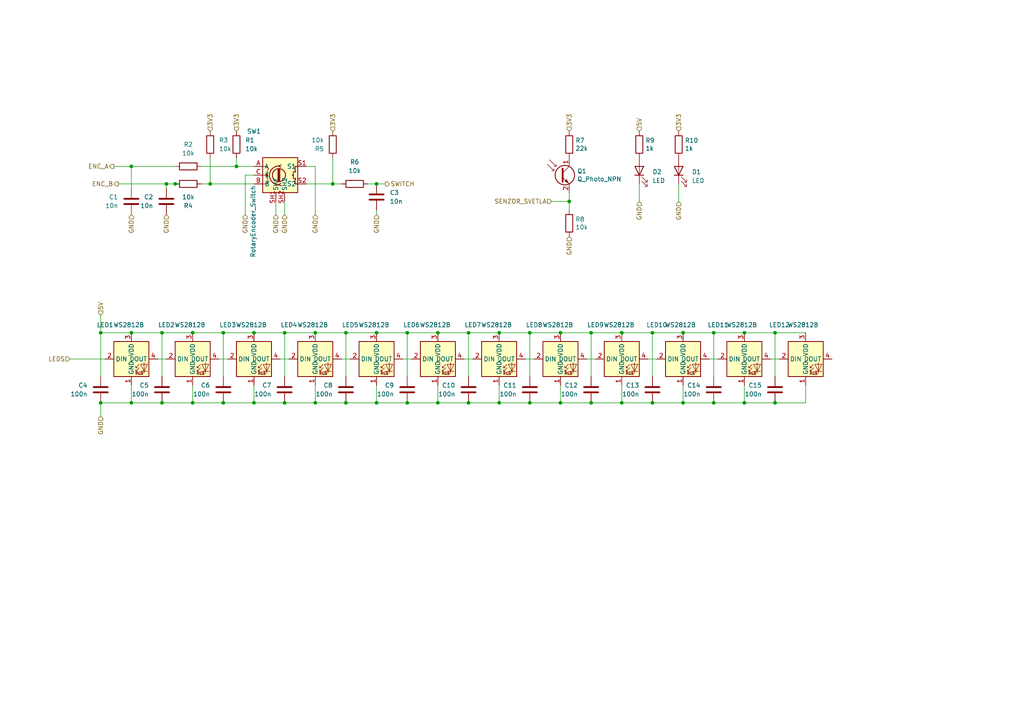
<source format=kicad_sch>
(kicad_sch (version 20231120) (generator "eeschema") (generator_version "8.0")
  (paper "A4")
  (lib_symbols
    (symbol "Device:C" (pin_numbers hide) (pin_names (offset 0.254))
      (property "Reference" "C" (at 0.635 2.54 0))
      (property "Value" "C" (at 0.635 -2.54 0))
      (symbol "C_0_1"
        (polyline (pts (xy -2.032 -0.762) (xy 2.032 -0.762)) (stroke (width 0.508)))
        (polyline (pts (xy -2.032 0.762) (xy 2.032 0.762)) (stroke (width 0.508)))
      )
      (symbol "C_1_1"
        (pin passive line (at 0 3.81 270) (length 2.794) (name "~") (number "1"))
        (pin passive line (at 0 -3.81 90) (length 2.794) (name "~") (number "2"))
      )
    )
    (symbol "Device:LED" (pin_numbers hide) (pin_names (offset 1.016) hide)
      (property "Reference" "D" (at 0 2.54 0))
      (property "Value" "LED" (at 0 -2.54 0))
      (symbol "LED_0_1"
        (polyline (pts (xy -1.27 -1.27) (xy -1.27 1.27)) (stroke (width 0.254)))
        (polyline (pts (xy -1.27 0) (xy 1.27 0)))
        (polyline (pts (xy 1.27 -1.27) (xy 1.27 1.27) (xy -1.27 0) (xy 1.27 -1.27)) (stroke (width 0.254)))
        (polyline (pts (xy -3.048 -0.762) (xy -4.572 -2.286) (xy -3.81 -2.286) (xy -4.572 -2.286) (xy -4.572 -1.524)))
        (polyline (pts (xy -1.778 -0.762) (xy -3.302 -2.286) (xy -2.54 -2.286) (xy -3.302 -2.286) (xy -3.302 -1.524)))
      )
      (symbol "LED_1_1"
        (pin passive line (at -3.81 0 0) (length 2.54) (name "K") (number "1"))
        (pin passive line (at 3.81 0 180) (length 2.54) (name "A") (number "2"))
      )
    )
    (symbol "Device:Q_Photo_NPN" (pin_names (offset 0) hide)
      (property "Reference" "Q" (at 5.08 1.27 0))
      (property "Value" "Q_Photo_NPN" (at 5.08 -1.27 0))
      (symbol "Q_Photo_NPN_0_1"
        (polyline (pts (xy -1.905 1.27) (xy -2.54 1.27)))
        (polyline (pts (xy -1.27 2.54) (xy -1.905 2.54)))
        (polyline (pts (xy 0.635 0.635) (xy 2.54 2.54)))
        (polyline (pts (xy -3.81 3.175) (xy -1.905 1.27) (xy -1.905 1.905)))
        (polyline (pts (xy -3.175 4.445) (xy -1.27 2.54) (xy -1.27 3.175)))
        (polyline (pts (xy 0.635 -0.635) (xy 2.54 -2.54) (xy 2.54 -2.54)))
        (polyline (pts (xy 0.635 1.905) (xy 0.635 -1.905) (xy 0.635 -1.905)) (stroke (width 0.508)))
        (polyline (pts (xy 1.27 -1.778) (xy 1.778 -1.27) (xy 2.286 -2.286) (xy 1.27 -1.778) (xy 1.27 -1.778)) (fill (type outline)))
        (circle (center 1.27 0) (radius 2.8194) (stroke (width 0.254)))
      )
      (symbol "Q_Photo_NPN_1_1"
        (pin passive line (at 2.54 5.08 270) (length 2.54) (name "C") (number "1"))
        (pin passive line (at 2.54 -5.08 90) (length 2.54) (name "E") (number "2"))
      )
    )
    (symbol "Device:R" (pin_numbers hide) (pin_names (offset 0))
      (property "Reference" "R" (at 2.032 0 90))
      (property "Value" "R" (at 0 0 90))
      (symbol "R_0_1"
        (rectangle (start -1.016 -2.54) (end 1.016 2.54) (stroke (width 0.254)))
      )
      (symbol "R_1_1"
        (pin passive line (at 0 3.81 270) (length 1.27) (name "~") (number "1"))
        (pin passive line (at 0 -3.81 90) (length 1.27) (name "~") (number "2"))
      )
    )
    (symbol "RKL-ElectroMechanicalComponents:RotaryEncoderGrounded"
      (property "Reference" "SW" (at 3.556 4.572 0))
      (symbol "RotaryEncoderGrounded_0_1"
        (polyline (pts (xy 6.985 -4.318) (xy 6.985 -0.762)) (stroke (width 0.254)))
        (polyline (pts (xy 7.239 -4.318) (xy 7.239 -0.762)) (stroke (width 0.254)))
        (polyline (pts (xy 7.493 -0.762) (xy 7.493 -4.318)) (stroke (width 0.254)))
        (polyline (pts (xy 11.43 -2.54) (xy 11.049 -2.54)) (stroke (width 0.254)))
        (polyline (pts (xy 11.43 -1.524) (xy 11.43 -3.556)) (stroke (width 0.254)))
        (polyline (pts (xy 2.54 -5.08) (xy 3.81 -5.08) (xy 3.81 -4.572)))
        (polyline (pts (xy 2.54 0) (xy 3.81 0) (xy 3.81 -0.508)))
        (polyline (pts (xy 7.874 -5.588) (xy 7.112 -5.334) (xy 7.747 -4.953)) (stroke (width 0.254)))
        (polyline (pts (xy 7.874 0.381) (xy 7.112 0.127) (xy 7.747 -0.254)) (stroke (width 0.254)))
        (polyline (pts (xy 12.7 -5.08) (xy 11.938 -5.08) (xy 11.938 -3.556)) (stroke (width 0.254)))
        (polyline (pts (xy 12.7 0) (xy 11.938 0) (xy 11.938 -1.524)) (stroke (width 0.254)))
        (polyline (pts (xy 2.54 -2.54) (xy 3.81 -2.54) (xy 3.81 -3.556) (xy 4.318 -4.572)))
        (polyline (pts (xy 3.302 -2.54) (xy 3.81 -2.54) (xy 3.81 -1.524) (xy 4.318 -0.508)))
        (rectangle (start 2.54 2.54) (end 12.7 -7.62) (stroke (width 0.254)) (fill (type background)))
        (circle (center 3.81 -2.54) (radius 0.254) (fill (type outline)))
        (circle (center 7.239 -2.54) (radius 1.905) (stroke (width 0.254)))
        (arc (start 7.239 0.127) (mid 4.5212 -2.6035) (end 7.239 -5.334) (stroke (width 0.254)))
        (circle (center 11.938 -3.556) (radius 0.127) (stroke (width 0.254)))
        (circle (center 11.938 -1.524) (radius 0.127) (stroke (width 0.254)))
      )
      (symbol "RotaryEncoderGrounded_1_1"
        (pin passive line (at 0 0 0) (length 2.54) (name "A") (number "A"))
        (pin passive line (at 0 -5.08 0) (length 2.54) (name "B") (number "B"))
        (pin passive line (at 0 -2.54 0) (length 2.54) (name "C") (number "C"))
        (pin passive line (at 15.24 0 180) (length 2.54) (name "S1") (number "S1"))
        (pin passive line (at 15.24 -5.08 180) (length 2.54) (name "S2") (number "S2"))
        (pin passive line (at 6.35 -10.16 90) (length 2.54) (name "SH1") (number "SH1"))
        (pin passive line (at 8.89 -10.16 90) (length 2.54) (name "SH2") (number "SH2"))
      )
    )
    (symbol "RKL-Uncategorized:XL-3528RGBW-WS2812B"
      (property "Reference" "LED1" (at -7.62 9.906 0))
      (property "Value" "WS2812B" (at -0.762 9.906 0))
      (symbol "XL-3528RGBW-WS2812B_0_0"
        (text "RGB" (at 2.286 -4.191 0) (effects (font (size 0.762 0.762))))
      )
      (symbol "XL-3528RGBW-WS2812B_0_1"
        (rectangle (start -5.08 5.08) (end 5.08 -5.08) (stroke (width 0.254)) (fill (type background)))
        (polyline (pts (xy 1.27 -3.556) (xy 1.778 -3.556)))
        (polyline (pts (xy 1.27 -2.54) (xy 1.778 -2.54)))
        (polyline (pts (xy 4.699 -3.556) (xy 2.667 -3.556)))
        (polyline (pts (xy 2.286 -2.54) (xy 1.27 -3.556) (xy 1.27 -3.048)))
        (polyline (pts (xy 2.286 -1.524) (xy 1.27 -2.54) (xy 1.27 -2.032)))
        (polyline (pts (xy 3.683 -1.016) (xy 3.683 -3.556) (xy 3.683 -4.064)))
        (polyline (pts (xy 4.699 -1.524) (xy 2.667 -1.524) (xy 3.683 -3.556) (xy 4.699 -1.524)))
      )
      (symbol "XL-3528RGBW-WS2812B_1_1"
        (pin power_in line (at 0 -7.62 90) (length 2.54) (name "GND") (number "1"))
        (pin input line (at -7.62 0 0) (length 2.54) (name "DIN") (number "2"))
        (pin power_in line (at 0 7.62 270) (length 2.54) (name "VDD") (number "3"))
        (pin output line (at 7.62 0 180) (length 2.54) (name "DOUT") (number "4"))
      )
    )
  )
  (junction (at 189.23 96.52))
  (junction (at 100.33 96.52))
  (junction (at 127 96.52))
  (junction (at 165.1 58.42))
  (junction (at 82.55 116.84))
  (junction (at 46.99 116.84))
  (junction (at 29.21 96.52))
  (junction (at 91.44 96.52))
  (junction (at 207.01 116.84))
  (junction (at 207.01 96.52))
  (junction (at 46.99 96.52))
  (junction (at 171.45 116.84))
  (junction (at 215.9 96.52))
  (junction (at 73.66 116.84))
  (junction (at 91.44 116.84))
  (junction (at 215.9 116.84))
  (junction (at 29.21 116.84))
  (junction (at 109.22 53.34))
  (junction (at 118.11 116.84))
  (junction (at 38.1 116.84))
  (junction (at 48.26 53.34))
  (junction (at 38.1 96.52))
  (junction (at 82.55 96.52))
  (junction (at 100.33 116.84))
  (junction (at 198.12 96.52))
  (junction (at 162.56 96.52))
  (junction (at 180.34 96.52))
  (junction (at 64.77 116.84))
  (junction (at 144.78 116.84))
  (junction (at 153.67 116.84))
  (junction (at 224.79 116.84))
  (junction (at 198.12 116.84))
  (junction (at 162.56 116.84))
  (junction (at 73.66 96.52))
  (junction (at 109.22 116.84))
  (junction (at 50.8 53.34))
  (junction (at 189.23 116.84))
  (junction (at 68.58 48.26))
  (junction (at 55.88 116.84))
  (junction (at 96.52 53.34))
  (junction (at 64.77 96.52))
  (junction (at 135.89 116.84))
  (junction (at 153.67 96.52))
  (junction (at 135.89 96.52))
  (junction (at 144.78 96.52))
  (junction (at 109.22 96.52))
  (junction (at 55.88 96.52))
  (junction (at 224.79 96.52))
  (junction (at 180.34 116.84))
  (junction (at 127 116.84))
  (junction (at 38.1 48.26))
  (junction (at 60.96 53.34))
  (junction (at 118.11 96.52))
  (junction (at 171.45 96.52))
  (wire (pts (xy 88.9 53.34) (xy 96.52 53.34)))
  (wire (pts (xy 187.96 104.14) (xy 190.5 104.14)))
  (wire (pts (xy 118.11 96.52) (xy 127 96.52)))
  (wire (pts (xy 224.79 109.22) (xy 224.79 96.52)))
  (wire (pts (xy 82.55 96.52) (xy 91.44 96.52)))
  (wire (pts (xy 82.55 109.22) (xy 82.55 96.52)))
  (wire (pts (xy 162.56 116.84) (xy 162.56 111.76)))
  (wire (pts (xy 45.72 104.14) (xy 48.26 104.14)))
  (wire (pts (xy 38.1 48.26) (xy 38.1 54.61)))
  (wire (pts (xy 58.42 48.26) (xy 68.58 48.26)))
  (wire (pts (xy 68.58 48.26) (xy 73.66 48.26)))
  (wire (pts (xy 109.22 116.84) (xy 118.11 116.84)))
  (wire (pts (xy 153.67 96.52) (xy 162.56 96.52)))
  (wire (pts (xy 60.96 45.72) (xy 60.96 53.34)))
  (wire (pts (xy 100.33 109.22) (xy 100.33 96.52)))
  (wire (pts (xy 171.45 109.22) (xy 171.45 96.52)))
  (wire (pts (xy 88.9 48.26) (xy 91.44 48.26)))
  (wire (pts (xy 185.42 53.34) (xy 185.42 58.42)))
  (wire (pts (xy 180.34 116.84) (xy 180.34 111.76)))
  (wire (pts (xy 205.74 104.14) (xy 208.28 104.14)))
  (wire (pts (xy 135.89 96.52) (xy 144.78 96.52)))
  (wire (pts (xy 73.66 116.84) (xy 82.55 116.84)))
  (wire (pts (xy 96.52 45.72) (xy 96.52 53.34)))
  (wire (pts (xy 144.78 96.52) (xy 153.67 96.52)))
  (wire (pts (xy 135.89 116.84) (xy 144.78 116.84)))
  (wire (pts (xy 91.44 96.52) (xy 100.33 96.52)))
  (wire (pts (xy 153.67 116.84) (xy 162.56 116.84)))
  (wire (pts (xy 215.9 116.84) (xy 224.79 116.84)))
  (wire (pts (xy 29.21 116.84) (xy 29.21 120.65)))
  (wire (pts (xy 144.78 116.84) (xy 144.78 111.76)))
  (wire (pts (xy 73.66 116.84) (xy 73.66 111.76)))
  (wire (pts (xy 215.9 116.84) (xy 215.9 111.76)))
  (wire (pts (xy 198.12 116.84) (xy 207.01 116.84)))
  (wire (pts (xy 162.56 116.84) (xy 171.45 116.84)))
  (wire (pts (xy 198.12 116.84) (xy 198.12 111.76)))
  (wire (pts (xy 207.01 96.52) (xy 215.9 96.52)))
  (wire (pts (xy 127 96.52) (xy 135.89 96.52)))
  (wire (pts (xy 118.11 116.84) (xy 127 116.84)))
  (wire (pts (xy 224.79 96.52) (xy 233.68 96.52)))
  (wire (pts (xy 152.4 104.14) (xy 154.94 104.14)))
  (wire (pts (xy 29.21 91.44) (xy 29.21 96.52)))
  (wire (pts (xy 171.45 116.84) (xy 180.34 116.84)))
  (wire (pts (xy 73.66 96.52) (xy 82.55 96.52)))
  (wire (pts (xy 55.88 116.84) (xy 55.88 111.76)))
  (wire (pts (xy 55.88 116.84) (xy 64.77 116.84)))
  (wire (pts (xy 38.1 116.84) (xy 46.99 116.84)))
  (wire (pts (xy 189.23 116.84) (xy 198.12 116.84)))
  (wire (pts (xy 223.52 104.14) (xy 226.06 104.14)))
  (wire (pts (xy 165.1 58.42) (xy 165.1 60.96)))
  (wire (pts (xy 180.34 116.84) (xy 189.23 116.84)))
  (wire (pts (xy 38.1 116.84) (xy 38.1 111.76)))
  (wire (pts (xy 73.66 50.8) (xy 71.12 50.8)))
  (wire (pts (xy 109.22 96.52) (xy 118.11 96.52)))
  (wire (pts (xy 38.1 96.52) (xy 46.99 96.52)))
  (wire (pts (xy 100.33 96.52) (xy 109.22 96.52)))
  (wire (pts (xy 38.1 48.26) (xy 50.8 48.26)))
  (wire (pts (xy 91.44 116.84) (xy 91.44 111.76)))
  (wire (pts (xy 68.58 45.72) (xy 68.58 48.26)))
  (wire (pts (xy 189.23 109.22) (xy 189.23 96.52)))
  (wire (pts (xy 64.77 109.22) (xy 64.77 96.52)))
  (wire (pts (xy 109.22 60.96) (xy 109.22 62.23)))
  (wire (pts (xy 99.06 104.14) (xy 101.6 104.14)))
  (wire (pts (xy 109.22 116.84) (xy 109.22 111.76)))
  (wire (pts (xy 153.67 109.22) (xy 153.67 96.52)))
  (wire (pts (xy 171.45 96.52) (xy 180.34 96.52)))
  (wire (pts (xy 215.9 96.52) (xy 224.79 96.52)))
  (wire (pts (xy 58.42 53.34) (xy 60.96 53.34)))
  (wire (pts (xy 233.68 116.84) (xy 233.68 111.76)))
  (wire (pts (xy 48.26 53.34) (xy 48.26 54.61)))
  (wire (pts (xy 64.77 116.84) (xy 73.66 116.84)))
  (wire (pts (xy 162.56 96.52) (xy 171.45 96.52)))
  (wire (pts (xy 63.5 104.14) (xy 66.04 104.14)))
  (wire (pts (xy 109.22 53.34) (xy 111.76 53.34)))
  (wire (pts (xy 64.77 96.52) (xy 73.66 96.52)))
  (wire (pts (xy 29.21 109.22) (xy 29.21 96.52)))
  (wire (pts (xy 135.89 109.22) (xy 135.89 96.52)))
  (wire (pts (xy 46.99 116.84) (xy 55.88 116.84)))
  (wire (pts (xy 207.01 109.22) (xy 207.01 96.52)))
  (wire (pts (xy 196.85 53.34) (xy 196.85 58.42)))
  (wire (pts (xy 46.99 96.52) (xy 55.88 96.52)))
  (wire (pts (xy 165.1 55.88) (xy 165.1 58.42)))
  (wire (pts (xy 48.26 53.34) (xy 50.8 53.34)))
  (wire (pts (xy 91.44 116.84) (xy 100.33 116.84)))
  (wire (pts (xy 80.01 58.42) (xy 80.01 62.23)))
  (wire (pts (xy 55.88 96.52) (xy 64.77 96.52)))
  (wire (pts (xy 116.84 104.14) (xy 119.38 104.14)))
  (wire (pts (xy 81.28 104.14) (xy 83.82 104.14)))
  (wire (pts (xy 60.96 53.34) (xy 73.66 53.34)))
  (wire (pts (xy 46.99 109.22) (xy 46.99 96.52)))
  (wire (pts (xy 20.32 104.14) (xy 30.48 104.14)))
  (wire (pts (xy 96.52 53.34) (xy 99.06 53.34)))
  (wire (pts (xy 33.02 48.26) (xy 38.1 48.26)))
  (wire (pts (xy 82.55 58.42) (xy 82.55 62.23)))
  (wire (pts (xy 29.21 116.84) (xy 38.1 116.84)))
  (wire (pts (xy 127 116.84) (xy 127 111.76)))
  (wire (pts (xy 224.79 116.84) (xy 233.68 116.84)))
  (wire (pts (xy 127 116.84) (xy 135.89 116.84)))
  (wire (pts (xy 198.12 96.52) (xy 207.01 96.52)))
  (wire (pts (xy 29.21 96.52) (xy 38.1 96.52)))
  (wire (pts (xy 34.29 53.34) (xy 48.26 53.34)))
  (wire (pts (xy 82.55 116.84) (xy 91.44 116.84)))
  (wire (pts (xy 52.07 53.34) (xy 50.8 53.34)))
  (wire (pts (xy 91.44 48.26) (xy 91.44 62.23)))
  (wire (pts (xy 207.01 116.84) (xy 215.9 116.84)))
  (wire (pts (xy 160.02 58.42) (xy 165.1 58.42)))
  (wire (pts (xy 144.78 116.84) (xy 153.67 116.84)))
  (wire (pts (xy 118.11 109.22) (xy 118.11 96.52)))
  (wire (pts (xy 106.68 53.34) (xy 109.22 53.34)))
  (wire (pts (xy 100.33 116.84) (xy 109.22 116.84)))
  (wire (pts (xy 180.34 96.52) (xy 189.23 96.52)))
  (wire (pts (xy 189.23 96.52) (xy 198.12 96.52)))
  (wire (pts (xy 134.62 104.14) (xy 137.16 104.14)))
  (wire (pts (xy 71.12 50.8) (xy 71.12 62.23)))
  (wire (pts (xy 170.18 104.14) (xy 172.72 104.14)))
  (hierarchical_label "LEDS" (shape input) (at 20.32 104.14 180))
  (hierarchical_label "5V" (shape input) (at 185.42 38.1 90))
  (hierarchical_label "SENZOR_SVETLA" (shape input) (at 160.02 58.42 180))
  (hierarchical_label "ENC_A" (shape output) (at 33.02 48.26 180))
  (hierarchical_label "3V3" (shape input) (at 68.58 38.1 90))
  (hierarchical_label "ENC_B" (shape output) (at 34.29 53.34 180))
  (hierarchical_label "5V" (shape input) (at 29.21 91.44 90))
  (hierarchical_label "3V3" (shape input) (at 60.96 38.1 90))
  (hierarchical_label "GND" (shape input) (at 196.85 58.42 270))
  (hierarchical_label "GND" (shape input) (at 80.01 62.23 270))
  (hierarchical_label "GND" (shape input) (at 29.21 120.65 270))
  (hierarchical_label "GND" (shape input) (at 109.22 62.23 270))
  (hierarchical_label "GND" (shape input) (at 165.1 68.58 270))
  (hierarchical_label "GND" (shape input) (at 71.12 62.23 270))
  (hierarchical_label "GND" (shape input) (at 91.44 62.23 270))
  (hierarchical_label "3V3" (shape input) (at 96.52 38.1 90))
  (hierarchical_label "GND" (shape input) (at 48.26 62.23 270))
  (hierarchical_label "GND" (shape input) (at 82.55 62.23 270))
  (hierarchical_label "GND" (shape input) (at 38.1 62.23 270))
  (hierarchical_label "3V3" (shape input) (at 196.85 38.1 90))
  (hierarchical_label "GND" (shape input) (at 185.42 58.42 270))
  (hierarchical_label "3V3" (shape input) (at 165.1 38.1 90))
  (hierarchical_label "SWITCH" (shape output) (at 111.76 53.34 0))
  (symbol (lib_id "Device:R") (at 185.42 41.91 0) (unit 1)
    (property "Reference" "R9" (at 187.198 40.7416 0) (effects (justify left)))
    (property "Value" "1k" (at 187.198 43.053 0) (effects (justify left)))
    (property "Footprint" "Resistor_SMD:R_0402_1005Metric" (effects (hide yes)))
    (property "Description" "Resistor" (effects (hide yes)))
    (property "JLCPCB_CORRECTION" "0;0;0" (effects (hide yes)))
    (property "LCSC" "C25768" (effects (hide yes)))
  )
  (symbol (lib_id "RKL-Uncategorized:XL-3528RGBW-WS2812B") (at 144.78 104.14 0) (unit 1)
    (property "Reference" "LED7" (at 137.16 94.234 0))
    (property "Value" "WS2812B" (at 144.018 94.234 0))
    (property "Footprint" "RKL-LED:3528RGBW-WS2812B" (effects (hide yes)))
    (property "Datasheet" "https://cdn-shop.adafruit.com/datasheets/WS2812B.pdf" (effects (hide yes)))
    (property "Description" "RGB LED with integrated controller" (effects (hide yes)))
    (property "LCSC" "C2890364" (effects (hide yes)))
  )
  (symbol (lib_id "RKL-Uncategorized:XL-3528RGBW-WS2812B") (at 55.88 104.14 0) (unit 1)
    (property "Reference" "LED2" (at 48.26 94.234 0))
    (property "Value" "WS2812B" (at 55.118 94.234 0))
    (property "Footprint" "RKL-LED:3528RGBW-WS2812B" (effects (hide yes)))
    (property "Datasheet" "https://cdn-shop.adafruit.com/datasheets/WS2812B.pdf" (effects (hide yes)))
    (property "Description" "RGB LED with integrated controller" (effects (hide yes)))
    (property "LCSC" "C2890364" (effects (hide yes)))
  )
  (symbol (lib_id "RKL-Uncategorized:XL-3528RGBW-WS2812B") (at 38.1 104.14 0) (unit 1)
    (property "Reference" "LED1" (at 30.48 94.234 0))
    (property "Value" "WS2812B" (at 37.338 94.234 0))
    (property "Footprint" "RKL-LED:3528RGBW-WS2812B" (effects (hide yes)))
    (property "Datasheet" "https://cdn-shop.adafruit.com/datasheets/WS2812B.pdf" (effects (hide yes)))
    (property "Description" "RGB LED with integrated controller" (effects (hide yes)))
    (property "LCSC" "C2890364" (effects (hide yes)))
  )
  (symbol (lib_id "Device:R") (at 60.96 41.91 0) (unit 1)
    (property "Reference" "R3" (at 63.5 40.6399 0) (effects (justify left)))
    (property "Value" "10k" (at 63.5 43.1799 0) (effects (justify left)))
    (property "Footprint" "Resistor_SMD:R_0402_1005Metric" (effects (hide yes)))
    (property "Description" "Resistor" (effects (hide yes)))
  )
  (symbol (lib_id "Device:C") (at 48.26 58.42 0) (mirror x) (unit 1)
    (property "Reference" "C2" (at 44.45 57.1499 0) (effects (justify right)))
    (property "Value" "10n" (at 44.45 59.6899 0) (effects (justify right)))
    (property "Footprint" "Capacitor_SMD:C_0402_1005Metric" (effects (hide yes)))
    (property "Description" "Unpolarized capacitor" (effects (hide yes)))
  )
  (symbol (lib_id "Device:C") (at 46.99 113.03 0) (mirror x) (unit 1)
    (property "Reference" "C5" (at 43.18 111.7599 0) (effects (justify right)))
    (property "Value" "100n" (at 43.18 114.2999 0) (effects (justify right)))
    (property "Footprint" "Capacitor_SMD:C_0603_1608Metric" (effects (hide yes)))
    (property "Description" "Unpolarized capacitor" (effects (hide yes)))
  )
  (symbol (lib_id "RKL-Uncategorized:XL-3528RGBW-WS2812B") (at 91.44 104.14 0) (unit 1)
    (property "Reference" "LED4" (at 83.82 94.234 0))
    (property "Value" "WS2812B" (at 90.678 94.234 0))
    (property "Footprint" "RKL-LED:3528RGBW-WS2812B" (effects (hide yes)))
    (property "Datasheet" "https://cdn-shop.adafruit.com/datasheets/WS2812B.pdf" (effects (hide yes)))
    (property "Description" "RGB LED with integrated controller" (effects (hide yes)))
    (property "LCSC" "C2890364" (effects (hide yes)))
  )
  (symbol (lib_id "RKL-Uncategorized:XL-3528RGBW-WS2812B") (at 180.34 104.14 0) (unit 1)
    (property "Reference" "LED9" (at 172.72 94.234 0))
    (property "Value" "WS2812B" (at 179.578 94.234 0))
    (property "Footprint" "RKL-LED:3528RGBW-WS2812B" (effects (hide yes)))
    (property "Datasheet" "https://cdn-shop.adafruit.com/datasheets/WS2812B.pdf" (effects (hide yes)))
    (property "Description" "RGB LED with integrated controller" (effects (hide yes)))
    (property "LCSC" "C2890364" (effects (hide yes)))
  )
  (symbol (lib_id "Device:C") (at 224.79 113.03 0) (mirror x) (unit 1)
    (property "Reference" "C15" (at 220.98 111.7599 0) (effects (justify right)))
    (property "Value" "100n" (at 220.98 114.2999 0) (effects (justify right)))
    (property "Footprint" "Capacitor_SMD:C_0603_1608Metric" (effects (hide yes)))
    (property "Description" "Unpolarized capacitor" (effects (hide yes)))
  )
  (symbol (lib_id "Device:R") (at 196.85 41.91 0) (unit 1)
    (property "Reference" "R10" (at 198.628 40.7416 0) (effects (justify left)))
    (property "Value" "1k" (at 198.628 43.053 0) (effects (justify left)))
    (property "Footprint" "Resistor_SMD:R_0402_1005Metric" (effects (hide yes)))
    (property "Description" "Resistor" (effects (hide yes)))
    (property "JLCPCB_CORRECTION" "0;0;0" (effects (hide yes)))
    (property "LCSC" "C25768" (effects (hide yes)))
  )
  (symbol (lib_id "RKL-Uncategorized:XL-3528RGBW-WS2812B") (at 198.12 104.14 0) (unit 1)
    (property "Reference" "LED10" (at 190.5 94.234 0))
    (property "Value" "WS2812B" (at 197.358 94.234 0))
    (property "Footprint" "RKL-LED:3528RGBW-WS2812B" (effects (hide yes)))
    (property "Datasheet" "https://cdn-shop.adafruit.com/datasheets/WS2812B.pdf" (effects (hide yes)))
    (property "Description" "RGB LED with integrated controller" (effects (hide yes)))
    (property "LCSC" "C2890364" (effects (hide yes)))
  )
  (symbol (lib_id "Device:C") (at 38.1 58.42 0) (mirror x) (unit 1)
    (property "Reference" "C1" (at 34.29 57.1499 0) (effects (justify right)))
    (property "Value" "10n" (at 34.29 59.6899 0) (effects (justify right)))
    (property "Footprint" "Capacitor_SMD:C_0402_1005Metric" (effects (hide yes)))
    (property "Description" "Unpolarized capacitor" (effects (hide yes)))
  )
  (symbol (lib_id "RKL-Uncategorized:XL-3528RGBW-WS2812B") (at 162.56 104.14 0) (unit 1)
    (property "Reference" "LED8" (at 154.94 94.234 0))
    (property "Value" "WS2812B" (at 161.798 94.234 0))
    (property "Footprint" "RKL-LED:3528RGBW-WS2812B" (effects (hide yes)))
    (property "Datasheet" "https://cdn-shop.adafruit.com/datasheets/WS2812B.pdf" (effects (hide yes)))
    (property "Description" "RGB LED with integrated controller" (effects (hide yes)))
    (property "LCSC" "C2890364" (effects (hide yes)))
  )
  (symbol (lib_id "Device:LED") (at 196.85 49.53 90) (unit 1)
    (property "Reference" "D1" (at 200.66 49.8474 90) (effects (justify right)))
    (property "Value" "LED" (at 200.66 52.3874 90) (effects (justify right)))
    (property "Footprint" "LED_SMD:LED_0402_1005Metric" (effects (hide yes)))
    (property "Description" "Light emitting diode" (effects (hide yes)))
  )
  (symbol (lib_id "Device:LED") (at 185.42 49.53 90) (unit 1)
    (property "Reference" "D2" (at 189.23 49.8474 90) (effects (justify right)))
    (property "Value" "LED" (at 189.23 52.3874 90) (effects (justify right)))
    (property "Footprint" "LED_SMD:LED_0402_1005Metric" (effects (hide yes)))
    (property "Description" "Light emitting diode" (effects (hide yes)))
  )
  (symbol (lib_id "Device:C") (at 189.23 113.03 0) (mirror x) (unit 1)
    (property "Reference" "C13" (at 185.42 111.7599 0) (effects (justify right)))
    (property "Value" "100n" (at 185.42 114.2999 0) (effects (justify right)))
    (property "Footprint" "Capacitor_SMD:C_0603_1608Metric" (effects (hide yes)))
    (property "Description" "Unpolarized capacitor" (effects (hide yes)))
  )
  (symbol (lib_id "Device:C") (at 64.77 113.03 0) (mirror x) (unit 1)
    (property "Reference" "C6" (at 60.96 111.7599 0) (effects (justify right)))
    (property "Value" "100n" (at 60.96 114.2999 0) (effects (justify right)))
    (property "Footprint" "Capacitor_SMD:C_0603_1608Metric" (effects (hide yes)))
    (property "Description" "Unpolarized capacitor" (effects (hide yes)))
  )
  (symbol (lib_id "Device:C") (at 153.67 113.03 0) (mirror x) (unit 1)
    (property "Reference" "C11" (at 149.86 111.7599 0) (effects (justify right)))
    (property "Value" "100n" (at 149.86 114.2999 0) (effects (justify right)))
    (property "Footprint" "Capacitor_SMD:C_0603_1608Metric" (effects (hide yes)))
    (property "Description" "Unpolarized capacitor" (effects (hide yes)))
  )
  (symbol (lib_id "RKL-Uncategorized:XL-3528RGBW-WS2812B") (at 109.22 104.14 0) (unit 1)
    (property "Reference" "LED5" (at 101.6 94.234 0))
    (property "Value" "WS2812B" (at 108.458 94.234 0))
    (property "Footprint" "RKL-LED:3528RGBW-WS2812B" (effects (hide yes)))
    (property "Datasheet" "https://cdn-shop.adafruit.com/datasheets/WS2812B.pdf" (effects (hide yes)))
    (property "Description" "RGB LED with integrated controller" (effects (hide yes)))
    (property "LCSC" "C2890364" (effects (hide yes)))
  )
  (symbol (lib_id "Device:R") (at 68.58 41.91 0) (unit 1)
    (property "Reference" "R1" (at 71.12 40.6399 0) (effects (justify left)))
    (property "Value" "10k" (at 71.12 43.1799 0) (effects (justify left)))
    (property "Footprint" "Resistor_SMD:R_0402_1005Metric" (effects (hide yes)))
    (property "Description" "Resistor" (effects (hide yes)))
  )
  (symbol (lib_id "Device:R") (at 102.87 53.34 90) (unit 1)
    (property "Reference" "R6" (at 102.87 46.99 90))
    (property "Value" "10k" (at 102.87 49.53 90))
    (property "Footprint" "Resistor_SMD:R_0402_1005Metric" (effects (hide yes)))
    (property "Description" "Resistor" (effects (hide yes)))
  )
  (symbol (lib_id "Device:R") (at 54.61 53.34 90) (mirror x) (unit 1)
    (property "Reference" "R4" (at 54.61 59.69 90))
    (property "Value" "10k" (at 54.61 57.15 90))
    (property "Footprint" "Resistor_SMD:R_0402_1005Metric" (effects (hide yes)))
    (property "Description" "Resistor" (effects (hide yes)))
  )
  (symbol (lib_id "Device:R") (at 96.52 41.91 180) (unit 1)
    (property "Reference" "R5" (at 93.98 43.1801 0) (effects (justify left)))
    (property "Value" "10k" (at 93.98 40.6401 0) (effects (justify left)))
    (property "Footprint" "Resistor_SMD:R_0402_1005Metric" (effects (hide yes)))
    (property "Description" "Resistor" (effects (hide yes)))
    (property "LCSC" "c" (effects (hide yes)))
  )
  (symbol (lib_id "RKL-ElectroMechanicalComponents:RotaryEncoderGrounded") (at 73.66 48.26 0) (unit 1)
    (property "Reference" "SW1" (at 73.66 38.1 0))
    (property "Value" "RotaryEncoder_Switch" (at 73.406 64.262 90))
    (property "Footprint" "RKL-ElectroMechanicalComponents:RotaryEncoder_Bourns_Vertical_PEC11H-4xxxF-Sxxxx" (effects (hide yes)))
    (property "Description" "Rotary encoder, dual channel, incremental quadrate outputs, with switch" (effects (hide yes)))
  )
  (symbol (lib_id "Device:C") (at 118.11 113.03 0) (mirror x) (unit 1)
    (property "Reference" "C9" (at 114.3 111.7599 0) (effects (justify right)))
    (property "Value" "100n" (at 114.3 114.2999 0) (effects (justify right)))
    (property "Footprint" "Capacitor_SMD:C_0603_1608Metric" (effects (hide yes)))
    (property "Description" "Unpolarized capacitor" (effects (hide yes)))
  )
  (symbol (lib_id "Device:R") (at 165.1 64.77 0) (unit 1)
    (property "Reference" "R8" (at 166.878 63.6016 0) (effects (justify left)))
    (property "Value" "10k" (at 166.878 65.913 0) (effects (justify left)))
    (property "Footprint" "Resistor_SMD:R_0402_1005Metric" (effects (hide yes)))
    (property "Description" "Resistor" (effects (hide yes)))
    (property "JLCPCB_CORRECTION" "0;0;0" (effects (hide yes)))
    (property "LCSC" "C25744" (effects (hide yes)))
  )
  (symbol (lib_id "Device:C") (at 29.21 113.03 0) (mirror x) (unit 1)
    (property "Reference" "C4" (at 25.4 111.7599 0) (effects (justify right)))
    (property "Value" "100n" (at 25.4 114.2999 0) (effects (justify right)))
    (property "Footprint" "Capacitor_SMD:C_0603_1608Metric" (effects (hide yes)))
    (property "Description" "Unpolarized capacitor" (effects (hide yes)))
  )
  (symbol (lib_id "Device:R") (at 165.1 41.91 0) (unit 1)
    (property "Reference" "R7" (at 166.878 40.7416 0) (effects (justify left)))
    (property "Value" "22k" (at 166.878 43.053 0) (effects (justify left)))
    (property "Footprint" "Resistor_SMD:R_0402_1005Metric" (effects (hide yes)))
    (property "Description" "Resistor" (effects (hide yes)))
    (property "JLCPCB_CORRECTION" "0;0;0" (effects (hide yes)))
    (property "LCSC" "C25768" (effects (hide yes)))
  )
  (symbol (lib_id "RKL-Uncategorized:XL-3528RGBW-WS2812B") (at 215.9 104.14 0) (unit 1)
    (property "Reference" "LED11" (at 208.28 94.234 0))
    (property "Value" "WS2812B" (at 215.138 94.234 0))
    (property "Footprint" "RKL-LED:3528RGBW-WS2812B" (effects (hide yes)))
    (property "Datasheet" "https://cdn-shop.adafruit.com/datasheets/WS2812B.pdf" (effects (hide yes)))
    (property "Description" "RGB LED with integrated controller" (effects (hide yes)))
    (property "LCSC" "C2890364" (effects (hide yes)))
  )
  (symbol (lib_id "Device:C") (at 171.45 113.03 0) (mirror x) (unit 1)
    (property "Reference" "C12" (at 167.64 111.7599 0) (effects (justify right)))
    (property "Value" "100n" (at 167.64 114.2999 0) (effects (justify right)))
    (property "Footprint" "Capacitor_SMD:C_0603_1608Metric" (effects (hide yes)))
    (property "Description" "Unpolarized capacitor" (effects (hide yes)))
  )
  (symbol (lib_id "Device:Q_Photo_NPN") (at 162.56 50.8 0) (unit 1)
    (property "Reference" "Q1" (at 167.386 49.6316 0) (effects (justify left)))
    (property "Value" "Q_Photo_NPN" (at 167.386 51.943 0) (effects (justify left)))
    (property "Footprint" "RKL-StandardPackages:SMD,3.5x2.8x1.9mm" (effects (hide yes)))
    (property "Description" "NPN phototransistor, collector/emitter" (effects (hide yes)))
    (property "JLCPCB_CORRECTION" "0;0;180" (effects (hide yes)))
    (property "LCSC" "C250859" (effects (hide yes)))
  )
  (symbol (lib_id "RKL-Uncategorized:XL-3528RGBW-WS2812B") (at 73.66 104.14 0) (unit 1)
    (property "Reference" "LED3" (at 66.04 94.234 0))
    (property "Value" "WS2812B" (at 72.898 94.234 0))
    (property "Footprint" "RKL-LED:3528RGBW-WS2812B" (effects (hide yes)))
    (property "Datasheet" "https://cdn-shop.adafruit.com/datasheets/WS2812B.pdf" (effects (hide yes)))
    (property "Description" "RGB LED with integrated controller" (effects (hide yes)))
    (property "LCSC" "C2890364" (effects (hide yes)))
  )
  (symbol (lib_id "RKL-Uncategorized:XL-3528RGBW-WS2812B") (at 127 104.14 0) (unit 1)
    (property "Reference" "LED6" (at 119.38 94.234 0))
    (property "Value" "WS2812B" (at 126.238 94.234 0))
    (property "Footprint" "RKL-LED:3528RGBW-WS2812B" (effects (hide yes)))
    (property "Datasheet" "https://cdn-shop.adafruit.com/datasheets/WS2812B.pdf" (effects (hide yes)))
    (property "Description" "RGB LED with integrated controller" (effects (hide yes)))
    (property "LCSC" "C2890364" (effects (hide yes)))
  )
  (symbol (lib_id "Device:C") (at 135.89 113.03 0) (mirror x) (unit 1)
    (property "Reference" "C10" (at 132.08 111.7599 0) (effects (justify right)))
    (property "Value" "100n" (at 132.08 114.2999 0) (effects (justify right)))
    (property "Footprint" "Capacitor_SMD:C_0603_1608Metric" (effects (hide yes)))
    (property "Description" "Unpolarized capacitor" (effects (hide yes)))
  )
  (symbol (lib_id "Device:C") (at 109.22 57.15 0) (unit 1)
    (property "Reference" "C3" (at 113.03 55.8799 0) (effects (justify left)))
    (property "Value" "10n" (at 113.03 58.4199 0) (effects (justify left)))
    (property "Footprint" "Capacitor_SMD:C_0402_1005Metric" (effects (hide yes)))
    (property "Description" "Unpolarized capacitor" (effects (hide yes)))
  )
  (symbol (lib_id "Device:C") (at 82.55 113.03 0) (mirror x) (unit 1)
    (property "Reference" "C7" (at 78.74 111.7599 0) (effects (justify right)))
    (property "Value" "100n" (at 78.74 114.2999 0) (effects (justify right)))
    (property "Footprint" "Capacitor_SMD:C_0603_1608Metric" (effects (hide yes)))
    (property "Description" "Unpolarized capacitor" (effects (hide yes)))
  )
  (symbol (lib_id "Device:C") (at 207.01 113.03 0) (mirror x) (unit 1)
    (property "Reference" "C14" (at 203.2 111.7599 0) (effects (justify right)))
    (property "Value" "100n" (at 203.2 114.2999 0) (effects (justify right)))
    (property "Footprint" "Capacitor_SMD:C_0603_1608Metric" (effects (hide yes)))
    (property "Description" "Unpolarized capacitor" (effects (hide yes)))
  )
  (symbol (lib_id "RKL-Uncategorized:XL-3528RGBW-WS2812B") (at 233.68 104.14 0) (unit 1)
    (property "Reference" "LED12" (at 226.06 94.234 0))
    (property "Value" "WS2812B" (at 232.918 94.234 0))
    (property "Footprint" "RKL-LED:3528RGBW-WS2812B" (effects (hide yes)))
    (property "Datasheet" "https://cdn-shop.adafruit.com/datasheets/WS2812B.pdf" (effects (hide yes)))
    (property "Description" "RGB LED with integrated controller" (effects (hide yes)))
    (property "LCSC" "C2890364" (effects (hide yes)))
  )
  (symbol (lib_id "Device:C") (at 100.33 113.03 0) (mirror x) (unit 1)
    (property "Reference" "C8" (at 96.52 111.7599 0) (effects (justify right)))
    (property "Value" "100n" (at 96.52 114.2999 0) (effects (justify right)))
    (property "Footprint" "Capacitor_SMD:C_0603_1608Metric" (effects (hide yes)))
    (property "Description" "Unpolarized capacitor" (effects (hide yes)))
  )
  (symbol (lib_id "Device:R") (at 54.61 48.26 90) (unit 1)
    (property "Reference" "R2" (at 54.61 41.91 90))
    (property "Value" "10k" (at 54.61 44.45 90))
    (property "Footprint" "Resistor_SMD:R_0402_1005Metric" (effects (hide yes)))
    (property "Description" "Resistor" (effects (hide yes)))
  )
)
</source>
